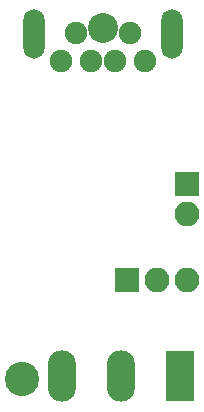
<source format=gbs>
G04 #@! TF.FileFunction,Soldermask,Bot*
%FSLAX46Y46*%
G04 Gerber Fmt 4.6, Leading zero omitted, Abs format (unit mm)*
G04 Created by KiCad (PCBNEW 4.0.7) date 01/29/18 07:06:24*
%MOMM*%
%LPD*%
G01*
G04 APERTURE LIST*
%ADD10C,0.100000*%
%ADD11C,2.540000*%
%ADD12C,2.900000*%
%ADD13R,2.100000X2.100000*%
%ADD14O,2.100000X2.100000*%
%ADD15R,2.380000X4.360000*%
%ADD16O,2.380000X4.360000*%
%ADD17C,1.901140*%
%ADD18O,1.800000X4.200000*%
%ADD19C,1.900000*%
G04 APERTURE END LIST*
D10*
D11*
X148858000Y-80082000D03*
D12*
X142000000Y-109800000D03*
D13*
X150890000Y-101418000D03*
D14*
X153430000Y-101418000D03*
X155970000Y-101418000D03*
D15*
X155382000Y-109546000D03*
D16*
X150382000Y-109546000D03*
X145382000Y-109546000D03*
D13*
X155970000Y-93290000D03*
D14*
X155970000Y-95830000D03*
D17*
X152414860Y-82878120D03*
X149874860Y-82878120D03*
X147842860Y-82878120D03*
X145302860Y-82878120D03*
D18*
X154700000Y-80590000D03*
X143016000Y-80590000D03*
D19*
X146572000Y-80463000D03*
X151144000Y-80463000D03*
M02*

</source>
